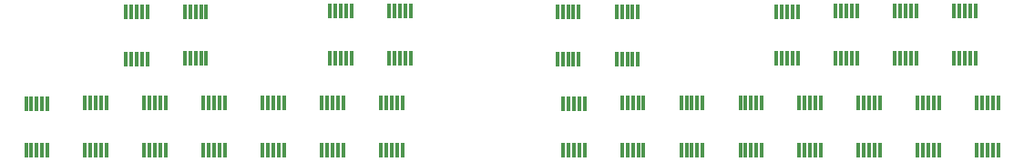
<source format=gtp>
G04 #@! TF.GenerationSoftware,KiCad,Pcbnew,5.1.4-e60b266~84~ubuntu16.04.1*
G04 #@! TF.CreationDate,2019-10-09T19:06:30-05:00*
G04 #@! TF.ProjectId,Quantum MCP4262-502 25x expansion flex for GWAAM-Sea Aid,5175616e-7475-46d2-904d-435034323632,rev?*
G04 #@! TF.SameCoordinates,Original*
G04 #@! TF.FileFunction,Paste,Top*
G04 #@! TF.FilePolarity,Positive*
%FSLAX46Y46*%
G04 Gerber Fmt 4.6, Leading zero omitted, Abs format (unit mm)*
G04 Created by KiCad (PCBNEW 5.1.4-e60b266~84~ubuntu16.04.1) date 2019-10-09 19:06:30*
%MOMM*%
%LPD*%
G04 APERTURE LIST*
%ADD10R,0.300000X1.400000*%
G04 APERTURE END LIST*
D10*
X144543020Y-115333420D03*
X144043020Y-115333420D03*
X143543020Y-115333420D03*
X143043020Y-115333420D03*
X142543020Y-115333420D03*
X142543020Y-119733420D03*
X143043020Y-119733420D03*
X143543020Y-119733420D03*
X144043020Y-119733420D03*
X144543020Y-119733420D03*
X133557520Y-119743580D03*
X133057520Y-119743580D03*
X132557520Y-119743580D03*
X132057520Y-119743580D03*
X131557520Y-119743580D03*
X131557520Y-115343580D03*
X132057520Y-115343580D03*
X132557520Y-115343580D03*
X133057520Y-115343580D03*
X133557520Y-115343580D03*
X139046460Y-119735960D03*
X138546460Y-119735960D03*
X138046460Y-119735960D03*
X137546460Y-119735960D03*
X137046460Y-119735960D03*
X137046460Y-115335960D03*
X137546460Y-115335960D03*
X138046460Y-115335960D03*
X138546460Y-115335960D03*
X139046460Y-115335960D03*
X155528520Y-119720720D03*
X155028520Y-119720720D03*
X154528520Y-119720720D03*
X154028520Y-119720720D03*
X153528520Y-119720720D03*
X153528520Y-115320720D03*
X154028520Y-115320720D03*
X154528520Y-115320720D03*
X155028520Y-115320720D03*
X155528520Y-115320720D03*
X128060960Y-115346120D03*
X127560960Y-115346120D03*
X127060960Y-115346120D03*
X126560960Y-115346120D03*
X126060960Y-115346120D03*
X126060960Y-119746120D03*
X126560960Y-119746120D03*
X127060960Y-119746120D03*
X127560960Y-119746120D03*
X128060960Y-119746120D03*
X150031960Y-115323260D03*
X149531960Y-115323260D03*
X149031960Y-115323260D03*
X148531960Y-115323260D03*
X148031960Y-115323260D03*
X148031960Y-119723260D03*
X148531960Y-119723260D03*
X149031960Y-119723260D03*
X149531960Y-119723260D03*
X150031960Y-119723260D03*
X166524180Y-115325800D03*
X166024180Y-115325800D03*
X165524180Y-115325800D03*
X165024180Y-115325800D03*
X164524180Y-115325800D03*
X164524180Y-119725800D03*
X165024180Y-119725800D03*
X165524180Y-119725800D03*
X166024180Y-119725800D03*
X166524180Y-119725800D03*
X161027620Y-119728340D03*
X160527620Y-119728340D03*
X160027620Y-119728340D03*
X159527620Y-119728340D03*
X159027620Y-119728340D03*
X159027620Y-115328340D03*
X159527620Y-115328340D03*
X160027620Y-115328340D03*
X160527620Y-115328340D03*
X161027620Y-115328340D03*
X100133660Y-119723260D03*
X99633660Y-119723260D03*
X99133660Y-119723260D03*
X98633660Y-119723260D03*
X98133660Y-119723260D03*
X98133660Y-115323260D03*
X98633660Y-115323260D03*
X99133660Y-115323260D03*
X99633660Y-115323260D03*
X100133660Y-115323260D03*
X105630220Y-115320720D03*
X105130220Y-115320720D03*
X104630220Y-115320720D03*
X104130220Y-115320720D03*
X103630220Y-115320720D03*
X103630220Y-119720720D03*
X104130220Y-119720720D03*
X104630220Y-119720720D03*
X105130220Y-119720720D03*
X105630220Y-119720720D03*
X94644720Y-119733420D03*
X94144720Y-119733420D03*
X93644720Y-119733420D03*
X93144720Y-119733420D03*
X92644720Y-119733420D03*
X92644720Y-115333420D03*
X93144720Y-115333420D03*
X93644720Y-115333420D03*
X94144720Y-115333420D03*
X94644720Y-115333420D03*
X89148160Y-115335960D03*
X88648160Y-115335960D03*
X88148160Y-115335960D03*
X87648160Y-115335960D03*
X87148160Y-115335960D03*
X87148160Y-119735960D03*
X87648160Y-119735960D03*
X88148160Y-119735960D03*
X88648160Y-119735960D03*
X89148160Y-119735960D03*
X78162660Y-119746120D03*
X77662660Y-119746120D03*
X77162660Y-119746120D03*
X76662660Y-119746120D03*
X76162660Y-119746120D03*
X76162660Y-115346120D03*
X76662660Y-115346120D03*
X77162660Y-115346120D03*
X77662660Y-115346120D03*
X78162660Y-115346120D03*
X83659220Y-115343580D03*
X83159220Y-115343580D03*
X82659220Y-115343580D03*
X82159220Y-115343580D03*
X81659220Y-115343580D03*
X81659220Y-119743580D03*
X82159220Y-119743580D03*
X82659220Y-119743580D03*
X83159220Y-119743580D03*
X83659220Y-119743580D03*
X127542800Y-111234580D03*
X127042800Y-111234580D03*
X126542800Y-111234580D03*
X126042800Y-111234580D03*
X125542800Y-111234580D03*
X125542800Y-106834580D03*
X126042800Y-106834580D03*
X126542800Y-106834580D03*
X127042800Y-106834580D03*
X127542800Y-106834580D03*
X133039360Y-106832040D03*
X132539360Y-106832040D03*
X132039360Y-106832040D03*
X131539360Y-106832040D03*
X131039360Y-106832040D03*
X131039360Y-111232040D03*
X131539360Y-111232040D03*
X132039360Y-111232040D03*
X132539360Y-111232040D03*
X133039360Y-111232040D03*
X158896560Y-111183780D03*
X158396560Y-111183780D03*
X157896560Y-111183780D03*
X157396560Y-111183780D03*
X156896560Y-111183780D03*
X156896560Y-106783780D03*
X157396560Y-106783780D03*
X157896560Y-106783780D03*
X158396560Y-106783780D03*
X158896560Y-106783780D03*
X164393120Y-106781240D03*
X163893120Y-106781240D03*
X163393120Y-106781240D03*
X162893120Y-106781240D03*
X162393120Y-106781240D03*
X162393120Y-111181240D03*
X162893120Y-111181240D03*
X163393120Y-111181240D03*
X163893120Y-111181240D03*
X164393120Y-111181240D03*
X153407620Y-111193940D03*
X152907620Y-111193940D03*
X152407620Y-111193940D03*
X151907620Y-111193940D03*
X151407620Y-111193940D03*
X151407620Y-106793940D03*
X151907620Y-106793940D03*
X152407620Y-106793940D03*
X152907620Y-106793940D03*
X153407620Y-106793940D03*
X147911060Y-106796480D03*
X147411060Y-106796480D03*
X146911060Y-106796480D03*
X146411060Y-106796480D03*
X145911060Y-106796480D03*
X145911060Y-111196480D03*
X146411060Y-111196480D03*
X146911060Y-111196480D03*
X147411060Y-111196480D03*
X147911060Y-111196480D03*
X106432860Y-106745680D03*
X105932860Y-106745680D03*
X105432860Y-106745680D03*
X104932860Y-106745680D03*
X104432860Y-106745680D03*
X104432860Y-111145680D03*
X104932860Y-111145680D03*
X105432860Y-111145680D03*
X105932860Y-111145680D03*
X106432860Y-111145680D03*
X111929420Y-111143140D03*
X111429420Y-111143140D03*
X110929420Y-111143140D03*
X110429420Y-111143140D03*
X109929420Y-111143140D03*
X109929420Y-106743140D03*
X110429420Y-106743140D03*
X110929420Y-106743140D03*
X111429420Y-106743140D03*
X111929420Y-106743140D03*
X111129320Y-115328340D03*
X110629320Y-115328340D03*
X110129320Y-115328340D03*
X109629320Y-115328340D03*
X109129320Y-115328340D03*
X109129320Y-119728340D03*
X109629320Y-119728340D03*
X110129320Y-119728340D03*
X110629320Y-119728340D03*
X111129320Y-119728340D03*
X92917520Y-106796480D03*
X92417520Y-106796480D03*
X91917520Y-106796480D03*
X91417520Y-106796480D03*
X90917520Y-106796480D03*
X90917520Y-111196480D03*
X91417520Y-111196480D03*
X91917520Y-111196480D03*
X92417520Y-111196480D03*
X92917520Y-111196480D03*
X87420960Y-111199020D03*
X86920960Y-111199020D03*
X86420960Y-111199020D03*
X85920960Y-111199020D03*
X85420960Y-111199020D03*
X85420960Y-106799020D03*
X85920960Y-106799020D03*
X86420960Y-106799020D03*
X86920960Y-106799020D03*
X87420960Y-106799020D03*
M02*

</source>
